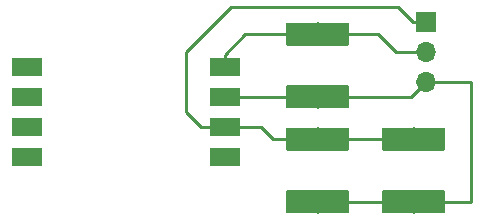
<source format=gbr>
G04 #@! TF.GenerationSoftware,KiCad,Pcbnew,(5.1.2-1)-1*
G04 #@! TF.CreationDate,2020-11-05T16:21:26-08:00*
G04 #@! TF.ProjectId,Pressure Sensor,50726573-7375-4726-9520-53656e736f72,rev?*
G04 #@! TF.SameCoordinates,Original*
G04 #@! TF.FileFunction,Copper,L1,Top*
G04 #@! TF.FilePolarity,Positive*
%FSLAX46Y46*%
G04 Gerber Fmt 4.6, Leading zero omitted, Abs format (unit mm)*
G04 Created by KiCad (PCBNEW (5.1.2-1)-1) date 2020-11-05 16:21:26*
%MOMM*%
%LPD*%
G04 APERTURE LIST*
%ADD10O,1.700000X1.700000*%
%ADD11R,1.700000X1.700000*%
%ADD12C,0.100000*%
%ADD13C,1.975000*%
%ADD14R,2.540000X1.524000*%
%ADD15C,0.250000*%
G04 APERTURE END LIST*
D10*
X157480000Y-24130000D03*
X157480000Y-21590000D03*
D11*
X157480000Y-19050000D03*
D12*
G36*
X158938505Y-28028704D02*
G01*
X158962773Y-28032304D01*
X158986572Y-28038265D01*
X159009671Y-28046530D01*
X159031850Y-28057020D01*
X159052893Y-28069632D01*
X159072599Y-28084247D01*
X159090777Y-28100723D01*
X159107253Y-28118901D01*
X159121868Y-28138607D01*
X159134480Y-28159650D01*
X159144970Y-28181829D01*
X159153235Y-28204928D01*
X159159196Y-28228727D01*
X159162796Y-28252995D01*
X159164000Y-28277499D01*
X159164000Y-29752501D01*
X159162796Y-29777005D01*
X159159196Y-29801273D01*
X159153235Y-29825072D01*
X159144970Y-29848171D01*
X159134480Y-29870350D01*
X159121868Y-29891393D01*
X159107253Y-29911099D01*
X159090777Y-29929277D01*
X159072599Y-29945753D01*
X159052893Y-29960368D01*
X159031850Y-29972980D01*
X159009671Y-29983470D01*
X158986572Y-29991735D01*
X158962773Y-29997696D01*
X158938505Y-30001296D01*
X158914001Y-30002500D01*
X154013999Y-30002500D01*
X153989495Y-30001296D01*
X153965227Y-29997696D01*
X153941428Y-29991735D01*
X153918329Y-29983470D01*
X153896150Y-29972980D01*
X153875107Y-29960368D01*
X153855401Y-29945753D01*
X153837223Y-29929277D01*
X153820747Y-29911099D01*
X153806132Y-29891393D01*
X153793520Y-29870350D01*
X153783030Y-29848171D01*
X153774765Y-29825072D01*
X153768804Y-29801273D01*
X153765204Y-29777005D01*
X153764000Y-29752501D01*
X153764000Y-28277499D01*
X153765204Y-28252995D01*
X153768804Y-28228727D01*
X153774765Y-28204928D01*
X153783030Y-28181829D01*
X153793520Y-28159650D01*
X153806132Y-28138607D01*
X153820747Y-28118901D01*
X153837223Y-28100723D01*
X153855401Y-28084247D01*
X153875107Y-28069632D01*
X153896150Y-28057020D01*
X153918329Y-28046530D01*
X153941428Y-28038265D01*
X153965227Y-28032304D01*
X153989495Y-28028704D01*
X154013999Y-28027500D01*
X158914001Y-28027500D01*
X158938505Y-28028704D01*
X158938505Y-28028704D01*
G37*
D13*
X156464000Y-29015000D03*
D12*
G36*
X158938505Y-33303704D02*
G01*
X158962773Y-33307304D01*
X158986572Y-33313265D01*
X159009671Y-33321530D01*
X159031850Y-33332020D01*
X159052893Y-33344632D01*
X159072599Y-33359247D01*
X159090777Y-33375723D01*
X159107253Y-33393901D01*
X159121868Y-33413607D01*
X159134480Y-33434650D01*
X159144970Y-33456829D01*
X159153235Y-33479928D01*
X159159196Y-33503727D01*
X159162796Y-33527995D01*
X159164000Y-33552499D01*
X159164000Y-35027501D01*
X159162796Y-35052005D01*
X159159196Y-35076273D01*
X159153235Y-35100072D01*
X159144970Y-35123171D01*
X159134480Y-35145350D01*
X159121868Y-35166393D01*
X159107253Y-35186099D01*
X159090777Y-35204277D01*
X159072599Y-35220753D01*
X159052893Y-35235368D01*
X159031850Y-35247980D01*
X159009671Y-35258470D01*
X158986572Y-35266735D01*
X158962773Y-35272696D01*
X158938505Y-35276296D01*
X158914001Y-35277500D01*
X154013999Y-35277500D01*
X153989495Y-35276296D01*
X153965227Y-35272696D01*
X153941428Y-35266735D01*
X153918329Y-35258470D01*
X153896150Y-35247980D01*
X153875107Y-35235368D01*
X153855401Y-35220753D01*
X153837223Y-35204277D01*
X153820747Y-35186099D01*
X153806132Y-35166393D01*
X153793520Y-35145350D01*
X153783030Y-35123171D01*
X153774765Y-35100072D01*
X153768804Y-35076273D01*
X153765204Y-35052005D01*
X153764000Y-35027501D01*
X153764000Y-33552499D01*
X153765204Y-33527995D01*
X153768804Y-33503727D01*
X153774765Y-33479928D01*
X153783030Y-33456829D01*
X153793520Y-33434650D01*
X153806132Y-33413607D01*
X153820747Y-33393901D01*
X153837223Y-33375723D01*
X153855401Y-33359247D01*
X153875107Y-33344632D01*
X153896150Y-33332020D01*
X153918329Y-33321530D01*
X153941428Y-33313265D01*
X153965227Y-33307304D01*
X153989495Y-33303704D01*
X154013999Y-33302500D01*
X158914001Y-33302500D01*
X158938505Y-33303704D01*
X158938505Y-33303704D01*
G37*
D13*
X156464000Y-34290000D03*
D12*
G36*
X150810505Y-33303704D02*
G01*
X150834773Y-33307304D01*
X150858572Y-33313265D01*
X150881671Y-33321530D01*
X150903850Y-33332020D01*
X150924893Y-33344632D01*
X150944599Y-33359247D01*
X150962777Y-33375723D01*
X150979253Y-33393901D01*
X150993868Y-33413607D01*
X151006480Y-33434650D01*
X151016970Y-33456829D01*
X151025235Y-33479928D01*
X151031196Y-33503727D01*
X151034796Y-33527995D01*
X151036000Y-33552499D01*
X151036000Y-35027501D01*
X151034796Y-35052005D01*
X151031196Y-35076273D01*
X151025235Y-35100072D01*
X151016970Y-35123171D01*
X151006480Y-35145350D01*
X150993868Y-35166393D01*
X150979253Y-35186099D01*
X150962777Y-35204277D01*
X150944599Y-35220753D01*
X150924893Y-35235368D01*
X150903850Y-35247980D01*
X150881671Y-35258470D01*
X150858572Y-35266735D01*
X150834773Y-35272696D01*
X150810505Y-35276296D01*
X150786001Y-35277500D01*
X145885999Y-35277500D01*
X145861495Y-35276296D01*
X145837227Y-35272696D01*
X145813428Y-35266735D01*
X145790329Y-35258470D01*
X145768150Y-35247980D01*
X145747107Y-35235368D01*
X145727401Y-35220753D01*
X145709223Y-35204277D01*
X145692747Y-35186099D01*
X145678132Y-35166393D01*
X145665520Y-35145350D01*
X145655030Y-35123171D01*
X145646765Y-35100072D01*
X145640804Y-35076273D01*
X145637204Y-35052005D01*
X145636000Y-35027501D01*
X145636000Y-33552499D01*
X145637204Y-33527995D01*
X145640804Y-33503727D01*
X145646765Y-33479928D01*
X145655030Y-33456829D01*
X145665520Y-33434650D01*
X145678132Y-33413607D01*
X145692747Y-33393901D01*
X145709223Y-33375723D01*
X145727401Y-33359247D01*
X145747107Y-33344632D01*
X145768150Y-33332020D01*
X145790329Y-33321530D01*
X145813428Y-33313265D01*
X145837227Y-33307304D01*
X145861495Y-33303704D01*
X145885999Y-33302500D01*
X150786001Y-33302500D01*
X150810505Y-33303704D01*
X150810505Y-33303704D01*
G37*
D13*
X148336000Y-34290000D03*
D12*
G36*
X150810505Y-28028704D02*
G01*
X150834773Y-28032304D01*
X150858572Y-28038265D01*
X150881671Y-28046530D01*
X150903850Y-28057020D01*
X150924893Y-28069632D01*
X150944599Y-28084247D01*
X150962777Y-28100723D01*
X150979253Y-28118901D01*
X150993868Y-28138607D01*
X151006480Y-28159650D01*
X151016970Y-28181829D01*
X151025235Y-28204928D01*
X151031196Y-28228727D01*
X151034796Y-28252995D01*
X151036000Y-28277499D01*
X151036000Y-29752501D01*
X151034796Y-29777005D01*
X151031196Y-29801273D01*
X151025235Y-29825072D01*
X151016970Y-29848171D01*
X151006480Y-29870350D01*
X150993868Y-29891393D01*
X150979253Y-29911099D01*
X150962777Y-29929277D01*
X150944599Y-29945753D01*
X150924893Y-29960368D01*
X150903850Y-29972980D01*
X150881671Y-29983470D01*
X150858572Y-29991735D01*
X150834773Y-29997696D01*
X150810505Y-30001296D01*
X150786001Y-30002500D01*
X145885999Y-30002500D01*
X145861495Y-30001296D01*
X145837227Y-29997696D01*
X145813428Y-29991735D01*
X145790329Y-29983470D01*
X145768150Y-29972980D01*
X145747107Y-29960368D01*
X145727401Y-29945753D01*
X145709223Y-29929277D01*
X145692747Y-29911099D01*
X145678132Y-29891393D01*
X145665520Y-29870350D01*
X145655030Y-29848171D01*
X145646765Y-29825072D01*
X145640804Y-29801273D01*
X145637204Y-29777005D01*
X145636000Y-29752501D01*
X145636000Y-28277499D01*
X145637204Y-28252995D01*
X145640804Y-28228727D01*
X145646765Y-28204928D01*
X145655030Y-28181829D01*
X145665520Y-28159650D01*
X145678132Y-28138607D01*
X145692747Y-28118901D01*
X145709223Y-28100723D01*
X145727401Y-28084247D01*
X145747107Y-28069632D01*
X145768150Y-28057020D01*
X145790329Y-28046530D01*
X145813428Y-28038265D01*
X145837227Y-28032304D01*
X145861495Y-28028704D01*
X145885999Y-28027500D01*
X150786001Y-28027500D01*
X150810505Y-28028704D01*
X150810505Y-28028704D01*
G37*
D13*
X148336000Y-29015000D03*
D12*
G36*
X150810505Y-24413704D02*
G01*
X150834773Y-24417304D01*
X150858572Y-24423265D01*
X150881671Y-24431530D01*
X150903850Y-24442020D01*
X150924893Y-24454632D01*
X150944599Y-24469247D01*
X150962777Y-24485723D01*
X150979253Y-24503901D01*
X150993868Y-24523607D01*
X151006480Y-24544650D01*
X151016970Y-24566829D01*
X151025235Y-24589928D01*
X151031196Y-24613727D01*
X151034796Y-24637995D01*
X151036000Y-24662499D01*
X151036000Y-26137501D01*
X151034796Y-26162005D01*
X151031196Y-26186273D01*
X151025235Y-26210072D01*
X151016970Y-26233171D01*
X151006480Y-26255350D01*
X150993868Y-26276393D01*
X150979253Y-26296099D01*
X150962777Y-26314277D01*
X150944599Y-26330753D01*
X150924893Y-26345368D01*
X150903850Y-26357980D01*
X150881671Y-26368470D01*
X150858572Y-26376735D01*
X150834773Y-26382696D01*
X150810505Y-26386296D01*
X150786001Y-26387500D01*
X145885999Y-26387500D01*
X145861495Y-26386296D01*
X145837227Y-26382696D01*
X145813428Y-26376735D01*
X145790329Y-26368470D01*
X145768150Y-26357980D01*
X145747107Y-26345368D01*
X145727401Y-26330753D01*
X145709223Y-26314277D01*
X145692747Y-26296099D01*
X145678132Y-26276393D01*
X145665520Y-26255350D01*
X145655030Y-26233171D01*
X145646765Y-26210072D01*
X145640804Y-26186273D01*
X145637204Y-26162005D01*
X145636000Y-26137501D01*
X145636000Y-24662499D01*
X145637204Y-24637995D01*
X145640804Y-24613727D01*
X145646765Y-24589928D01*
X145655030Y-24566829D01*
X145665520Y-24544650D01*
X145678132Y-24523607D01*
X145692747Y-24503901D01*
X145709223Y-24485723D01*
X145727401Y-24469247D01*
X145747107Y-24454632D01*
X145768150Y-24442020D01*
X145790329Y-24431530D01*
X145813428Y-24423265D01*
X145837227Y-24417304D01*
X145861495Y-24413704D01*
X145885999Y-24412500D01*
X150786001Y-24412500D01*
X150810505Y-24413704D01*
X150810505Y-24413704D01*
G37*
D13*
X148336000Y-25400000D03*
D12*
G36*
X150810505Y-19138704D02*
G01*
X150834773Y-19142304D01*
X150858572Y-19148265D01*
X150881671Y-19156530D01*
X150903850Y-19167020D01*
X150924893Y-19179632D01*
X150944599Y-19194247D01*
X150962777Y-19210723D01*
X150979253Y-19228901D01*
X150993868Y-19248607D01*
X151006480Y-19269650D01*
X151016970Y-19291829D01*
X151025235Y-19314928D01*
X151031196Y-19338727D01*
X151034796Y-19362995D01*
X151036000Y-19387499D01*
X151036000Y-20862501D01*
X151034796Y-20887005D01*
X151031196Y-20911273D01*
X151025235Y-20935072D01*
X151016970Y-20958171D01*
X151006480Y-20980350D01*
X150993868Y-21001393D01*
X150979253Y-21021099D01*
X150962777Y-21039277D01*
X150944599Y-21055753D01*
X150924893Y-21070368D01*
X150903850Y-21082980D01*
X150881671Y-21093470D01*
X150858572Y-21101735D01*
X150834773Y-21107696D01*
X150810505Y-21111296D01*
X150786001Y-21112500D01*
X145885999Y-21112500D01*
X145861495Y-21111296D01*
X145837227Y-21107696D01*
X145813428Y-21101735D01*
X145790329Y-21093470D01*
X145768150Y-21082980D01*
X145747107Y-21070368D01*
X145727401Y-21055753D01*
X145709223Y-21039277D01*
X145692747Y-21021099D01*
X145678132Y-21001393D01*
X145665520Y-20980350D01*
X145655030Y-20958171D01*
X145646765Y-20935072D01*
X145640804Y-20911273D01*
X145637204Y-20887005D01*
X145636000Y-20862501D01*
X145636000Y-19387499D01*
X145637204Y-19362995D01*
X145640804Y-19338727D01*
X145646765Y-19314928D01*
X145655030Y-19291829D01*
X145665520Y-19269650D01*
X145678132Y-19248607D01*
X145692747Y-19228901D01*
X145709223Y-19210723D01*
X145727401Y-19194247D01*
X145747107Y-19179632D01*
X145768150Y-19167020D01*
X145790329Y-19156530D01*
X145813428Y-19148265D01*
X145837227Y-19142304D01*
X145861495Y-19138704D01*
X145885999Y-19137500D01*
X150786001Y-19137500D01*
X150810505Y-19138704D01*
X150810505Y-19138704D01*
G37*
D13*
X148336000Y-20125000D03*
D14*
X140462000Y-22860000D03*
X140462000Y-25400000D03*
X140462000Y-27940000D03*
X140462000Y-30480000D03*
X123698000Y-30480000D03*
X123698000Y-27940000D03*
X123698000Y-25400000D03*
X123698000Y-22860000D03*
D15*
X138430000Y-27940000D02*
X140462000Y-27940000D01*
X137160000Y-26670000D02*
X138430000Y-27940000D01*
X140970000Y-17780000D02*
X137160000Y-21590000D01*
X155110000Y-17780000D02*
X140970000Y-17780000D01*
X137160000Y-21590000D02*
X137160000Y-26670000D01*
X156380000Y-19050000D02*
X155110000Y-17780000D01*
X157480000Y-19050000D02*
X156380000Y-19050000D01*
X149860000Y-29015000D02*
X144585000Y-29015000D01*
X143510000Y-27940000D02*
X140462000Y-27940000D01*
X144585000Y-29015000D02*
X143510000Y-27940000D01*
X149860000Y-29015000D02*
X157480000Y-29015000D01*
X157480000Y-24130000D02*
X156210000Y-25400000D01*
X156210000Y-25400000D02*
X149860000Y-25400000D01*
X149860000Y-25400000D02*
X140462000Y-25400000D01*
X149860000Y-34290000D02*
X157480000Y-34290000D01*
X157480000Y-34290000D02*
X161290000Y-34290000D01*
X161290000Y-34290000D02*
X161290000Y-24130000D01*
X161290000Y-24130000D02*
X157480000Y-24130000D01*
X142185000Y-20125000D02*
X147060000Y-20125000D01*
X140462000Y-21848000D02*
X142185000Y-20125000D01*
X147060000Y-20125000D02*
X149860000Y-20125000D01*
X140462000Y-22860000D02*
X140462000Y-21848000D01*
X149860000Y-20125000D02*
X153475000Y-20125000D01*
X154940000Y-21590000D02*
X157480000Y-21590000D01*
X153475000Y-20125000D02*
X154940000Y-21590000D01*
M02*

</source>
